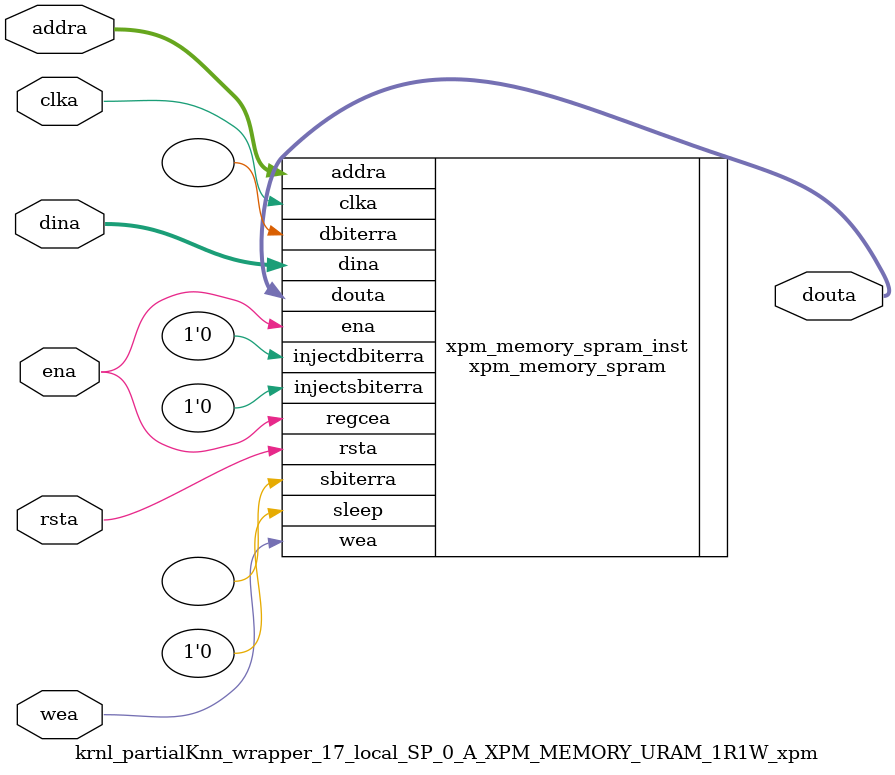
<source format=v>
`timescale 1 ns / 1 ps
module krnl_partialKnn_wrapper_17_local_SP_0_A_XPM_MEMORY_URAM_1R1W_xpm # (
  // Common module parameters
  parameter integer                 MEMORY_SIZE        = 524288,
  parameter                         MEMORY_PRIMITIVE   = "ultra",
  parameter                         ECC_MODE           = "no_ecc",
  parameter                         MEMORY_INIT_FILE   = "none",
  parameter                         WAKEUP_TIME        = "disable_sleep",
  parameter integer                 MESSAGE_CONTROL    = 0,
  // Port A module parameters
  parameter integer                 WRITE_DATA_WIDTH_A = 256,
  parameter integer                 READ_DATA_WIDTH_A  = WRITE_DATA_WIDTH_A,
  parameter integer                 BYTE_WRITE_WIDTH_A = WRITE_DATA_WIDTH_A,
  parameter integer                 ADDR_WIDTH_A       = 11,
  parameter                         READ_RESET_VALUE_A = "0",
  parameter integer                 READ_LATENCY_A     = 1,
  parameter                         WRITE_MODE_A       = "read_first"
) (
  // Port A module ports
  input  wire                                               clka,
  input  wire                                               rsta,
  input  wire                                               ena,
  input  wire [(WRITE_DATA_WIDTH_A/BYTE_WRITE_WIDTH_A)-1:0] wea,
  input  wire [ADDR_WIDTH_A-1:0]                            addra,
  input  wire [WRITE_DATA_WIDTH_A-1:0]                      dina,
  output wire [READ_DATA_WIDTH_A-1:0]                       douta
);
// Set parameter values and connect ports to instantiate an XPM_MEMORY single port RAM configuration
xpm_memory_spram # (
  // Common module parameters
  .MEMORY_SIZE        (MEMORY_SIZE),   //positive integer
  .MEMORY_PRIMITIVE   (MEMORY_PRIMITIVE),      //string; "auto", "distributed", "block" or "ultra";
  .ECC_MODE           (ECC_MODE),      //do not change
  .MEMORY_INIT_FILE   (MEMORY_INIT_FILE), //string; "none" or "<filename>.mem" 
  .MEMORY_INIT_PARAM  (""), //string;
  .WAKEUP_TIME        (WAKEUP_TIME),      //string; "disable_sleep" or "use_sleep_pin"
  .MESSAGE_CONTROL    (MESSAGE_CONTROL),      //do not change
  // Port A module parameters
  .WRITE_DATA_WIDTH_A (WRITE_DATA_WIDTH_A),     //positive integer
  .READ_DATA_WIDTH_A  (READ_DATA_WIDTH_A),     //positive integer
  .BYTE_WRITE_WIDTH_A (BYTE_WRITE_WIDTH_A),     //integer; 8, 9, or WRITE_DATA_WIDTH_A value
  .ADDR_WIDTH_A       (ADDR_WIDTH_A),      //positive integer
  .READ_RESET_VALUE_A (READ_RESET_VALUE_A),  //string
  .READ_LATENCY_A     (READ_LATENCY_A),      //non-negative integer
  .WRITE_MODE_A       (WRITE_MODE_A)       //string; "write_first", "read_first", "no_change"
) xpm_memory_spram_inst (
  // Common module ports
  .sleep          (1'b0),  //do not change
  // Port A module ports
  .clka           (clka),
  .rsta           (rsta),
  .ena            (ena),
  .regcea         (ena),
  .wea            (wea),
  .addra          (addra),
  .dina           (dina),
  .injectsbiterra (1'b0),  //do not change
  .injectdbiterra (1'b0),  //do not change
  .douta          (douta),
  .sbiterra       (),      //do not change
  .dbiterra       ()       //do not change
);
endmodule
</source>
